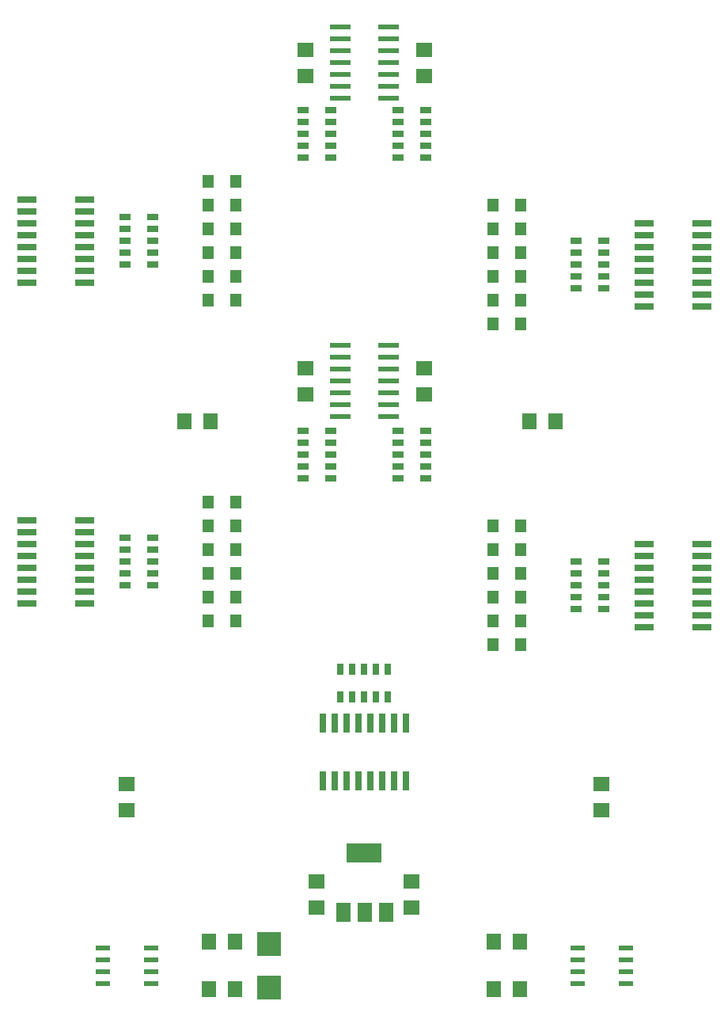
<source format=gtp>
%TF.GenerationSoftware,KiCad,Pcbnew,(6.0.7-1)-1*%
%TF.CreationDate,2022-09-07T09:45:07+02:00*%
%TF.ProjectId,BattleBits_V4,42617474-6c65-4426-9974-735f56342e6b,rev?*%
%TF.SameCoordinates,Original*%
%TF.FileFunction,Paste,Top*%
%TF.FilePolarity,Positive*%
%FSLAX46Y46*%
G04 Gerber Fmt 4.6, Leading zero omitted, Abs format (unit mm)*
G04 Created by KiCad (PCBNEW (6.0.7-1)-1) date 2022-09-07 09:45:07*
%MOMM*%
%LPD*%
G01*
G04 APERTURE LIST*
%ADD10R,1.800000X1.600000*%
%ADD11R,1.200000X1.400000*%
%ADD12R,1.600000X0.600000*%
%ADD13R,1.600000X1.800000*%
%ADD14R,1.200000X0.700000*%
%ADD15R,2.032000X0.660400*%
%ADD16R,1.498600X2.006600*%
%ADD17R,3.810000X2.006600*%
%ADD18R,2.200000X0.600000*%
%ADD19R,2.540000X2.540000*%
%ADD20R,0.660400X2.032000*%
%ADD21R,0.700000X1.200000*%
G04 APERTURE END LIST*
D10*
%TO.C,R17*%
X154940000Y-50523600D03*
X154940000Y-47723600D03*
%TD*%
D11*
%TO.C,D16*%
X134761100Y-106273600D03*
X131761100Y-106273600D03*
%TD*%
%TO.C,D10*%
X162241100Y-71983600D03*
X165241100Y-71983600D03*
%TD*%
D12*
%TO.C,IC9*%
X125701100Y-147548600D03*
X125701100Y-146278600D03*
X125701100Y-145008600D03*
X125701100Y-143738600D03*
X120501100Y-143738600D03*
X120501100Y-145008600D03*
X120501100Y-146278600D03*
X120501100Y-147548600D03*
%TD*%
D13*
%TO.C,R15*%
X129280000Y-87413600D03*
X132080000Y-87413600D03*
%TD*%
%TO.C,R16*%
X166151100Y-87413600D03*
X168951100Y-87413600D03*
%TD*%
D10*
%TO.C,C2*%
X143421100Y-139423600D03*
X143421100Y-136623600D03*
%TD*%
%TO.C,C1*%
X153581100Y-136623600D03*
X153581100Y-139423600D03*
%TD*%
%TO.C,R18*%
X142240000Y-47723600D03*
X142240000Y-50523600D03*
%TD*%
%TO.C,R8*%
X173901100Y-126243600D03*
X173901100Y-129043600D03*
%TD*%
D11*
%TO.C,D21*%
X162241100Y-98653600D03*
X165241100Y-98653600D03*
%TD*%
D14*
%TO.C,U$6*%
X122871100Y-99923600D03*
X122871100Y-101193600D03*
X122871100Y-102463600D03*
X122871100Y-103733600D03*
X122871100Y-105003600D03*
X125871100Y-105003600D03*
X125871100Y-103733600D03*
X125871100Y-102463600D03*
X125871100Y-101193600D03*
X125871100Y-99923600D03*
%TD*%
D15*
%TO.C,IC2*%
X112407700Y-63728600D03*
X112407700Y-64998600D03*
X112407700Y-66268600D03*
X112407700Y-67538600D03*
X112407700Y-68808600D03*
X112407700Y-70078600D03*
X112407700Y-71348600D03*
X112407700Y-72618600D03*
X118554500Y-72618600D03*
X118554500Y-71348600D03*
X118554500Y-70078600D03*
X118554500Y-68808600D03*
X118554500Y-67538600D03*
X118554500Y-66268600D03*
X118554500Y-64998600D03*
X118554500Y-63728600D03*
%TD*%
D10*
%TO.C,R9*%
X123101100Y-126243600D03*
X123101100Y-129043600D03*
%TD*%
D14*
%TO.C,U$3*%
X141921100Y-54203600D03*
X141921100Y-55473600D03*
X141921100Y-56743600D03*
X141921100Y-58013600D03*
X141921100Y-59283600D03*
X144921100Y-59283600D03*
X144921100Y-58013600D03*
X144921100Y-56743600D03*
X144921100Y-55473600D03*
X144921100Y-54203600D03*
%TD*%
%TO.C,U$19*%
X122871100Y-65633600D03*
X122871100Y-66903600D03*
X122871100Y-68173600D03*
X122871100Y-69443600D03*
X122871100Y-70713600D03*
X125871100Y-70713600D03*
X125871100Y-69443600D03*
X125871100Y-68173600D03*
X125871100Y-66903600D03*
X125871100Y-65633600D03*
%TD*%
D11*
%TO.C,D18*%
X134761100Y-101193600D03*
X131761100Y-101193600D03*
%TD*%
D15*
%TO.C,IC5*%
X112407700Y-98018600D03*
X112407700Y-99288600D03*
X112407700Y-100558600D03*
X112407700Y-101828600D03*
X112407700Y-103098600D03*
X112407700Y-104368600D03*
X112407700Y-105638600D03*
X112407700Y-106908600D03*
X118554500Y-106908600D03*
X118554500Y-105638600D03*
X118554500Y-104368600D03*
X118554500Y-103098600D03*
X118554500Y-101828600D03*
X118554500Y-100558600D03*
X118554500Y-99288600D03*
X118554500Y-98018600D03*
%TD*%
D16*
%TO.C,IC10*%
X146240500Y-139903200D03*
X148526500Y-139903200D03*
X150812500Y-139903200D03*
D17*
X148501100Y-133604000D03*
%TD*%
D11*
%TO.C,D3*%
X134761100Y-69443600D03*
X131761100Y-69443600D03*
%TD*%
D14*
%TO.C,U$9*%
X174131100Y-107543600D03*
X174131100Y-106273600D03*
X174131100Y-105003600D03*
X174131100Y-103733600D03*
X174131100Y-102463600D03*
X171131100Y-102463600D03*
X171131100Y-103733600D03*
X171131100Y-105003600D03*
X171131100Y-106273600D03*
X171131100Y-107543600D03*
%TD*%
D11*
%TO.C,D25*%
X162241100Y-108813600D03*
X165241100Y-108813600D03*
%TD*%
D14*
%TO.C,U$11*%
X141921100Y-88493600D03*
X141921100Y-89763600D03*
X141921100Y-91033600D03*
X141921100Y-92303600D03*
X141921100Y-93573600D03*
X144921100Y-93573600D03*
X144921100Y-92303600D03*
X144921100Y-91033600D03*
X144921100Y-89763600D03*
X144921100Y-88493600D03*
%TD*%
D11*
%TO.C,D4*%
X134761100Y-66903600D03*
X131761100Y-66903600D03*
%TD*%
%TO.C,D22*%
X162241100Y-101193600D03*
X165241100Y-101193600D03*
%TD*%
%TO.C,D2*%
X134761100Y-71983600D03*
X131761100Y-71983600D03*
%TD*%
D10*
%TO.C,R13*%
X142240000Y-81759600D03*
X142240000Y-84559600D03*
%TD*%
D11*
%TO.C,D26*%
X162241100Y-111353600D03*
X165241100Y-111353600D03*
%TD*%
D12*
%TO.C,IC8*%
X171301100Y-143738600D03*
X171301100Y-145008600D03*
X171301100Y-146278600D03*
X171301100Y-147548600D03*
X176501100Y-147548600D03*
X176501100Y-146278600D03*
X176501100Y-145008600D03*
X176501100Y-143738600D03*
%TD*%
D10*
%TO.C,R12*%
X154940000Y-84559600D03*
X154940000Y-81759600D03*
%TD*%
D11*
%TO.C,D20*%
X134761100Y-96113600D03*
X131761100Y-96113600D03*
%TD*%
D18*
%TO.C,IC12*%
X151101100Y-86969600D03*
X151101100Y-85699600D03*
X151101100Y-84429600D03*
X151101100Y-83159600D03*
X151101100Y-81889600D03*
X151101100Y-80619600D03*
X151101100Y-79349600D03*
X145901100Y-79349600D03*
X145901100Y-80619600D03*
X145901100Y-81889600D03*
X145901100Y-83159600D03*
X145901100Y-84429600D03*
X145901100Y-85699600D03*
X145901100Y-86969600D03*
%TD*%
%TO.C,IC11*%
X145901100Y-45313600D03*
X145901100Y-46583600D03*
X145901100Y-47853600D03*
X145901100Y-49123600D03*
X145901100Y-50393600D03*
X145901100Y-51663600D03*
X145901100Y-52933600D03*
X151101100Y-52933600D03*
X151101100Y-51663600D03*
X151101100Y-50393600D03*
X151101100Y-49123600D03*
X151101100Y-47853600D03*
X151101100Y-46583600D03*
X151101100Y-45313600D03*
%TD*%
D11*
%TO.C,D11*%
X162241100Y-74523600D03*
X165241100Y-74523600D03*
%TD*%
D15*
%TO.C,IC6*%
X184594500Y-109448600D03*
X184594500Y-108178600D03*
X184594500Y-106908600D03*
X184594500Y-105638600D03*
X184594500Y-104368600D03*
X184594500Y-103098600D03*
X184594500Y-101828600D03*
X184594500Y-100558600D03*
X178447700Y-100558600D03*
X178447700Y-101828600D03*
X178447700Y-103098600D03*
X178447700Y-104368600D03*
X178447700Y-105638600D03*
X178447700Y-106908600D03*
X178447700Y-108178600D03*
X178447700Y-109448600D03*
%TD*%
%TO.C,IC4*%
X184594500Y-75158600D03*
X184594500Y-73888600D03*
X184594500Y-72618600D03*
X184594500Y-71348600D03*
X184594500Y-70078600D03*
X184594500Y-68808600D03*
X184594500Y-67538600D03*
X184594500Y-66268600D03*
X178447700Y-66268600D03*
X178447700Y-67538600D03*
X178447700Y-68808600D03*
X178447700Y-70078600D03*
X178447700Y-71348600D03*
X178447700Y-72618600D03*
X178447700Y-73888600D03*
X178447700Y-75158600D03*
%TD*%
D11*
%TO.C,D8*%
X162241100Y-66903600D03*
X165241100Y-66903600D03*
%TD*%
D19*
%TO.C,D13*%
X138341100Y-147993100D03*
X138341100Y-143294100D03*
%TD*%
D11*
%TO.C,D17*%
X134761100Y-103733600D03*
X131761100Y-103733600D03*
%TD*%
D13*
%TO.C,C4*%
X131861100Y-143103600D03*
X134661100Y-143103600D03*
%TD*%
%TO.C,C3*%
X131861100Y-148183600D03*
X134661100Y-148183600D03*
%TD*%
%TO.C,C6*%
X165141100Y-148183600D03*
X162341100Y-148183600D03*
%TD*%
%TO.C,C5*%
X165141100Y-143103600D03*
X162341100Y-143103600D03*
%TD*%
D11*
%TO.C,D23*%
X162241100Y-103733600D03*
X165241100Y-103733600D03*
%TD*%
%TO.C,D19*%
X134761100Y-98653600D03*
X131761100Y-98653600D03*
%TD*%
D14*
%TO.C,U$20*%
X152081100Y-88493600D03*
X152081100Y-89763600D03*
X152081100Y-91033600D03*
X152081100Y-92303600D03*
X152081100Y-93573600D03*
X155081100Y-93573600D03*
X155081100Y-92303600D03*
X155081100Y-91033600D03*
X155081100Y-89763600D03*
X155081100Y-88493600D03*
%TD*%
D11*
%TO.C,D9*%
X162241100Y-69443600D03*
X165241100Y-69443600D03*
%TD*%
D20*
%TO.C,IC7*%
X152946100Y-119710200D03*
X151676100Y-119710200D03*
X150406100Y-119710200D03*
X149136100Y-119710200D03*
X147866100Y-119710200D03*
X146596100Y-119710200D03*
X145326100Y-119710200D03*
X144056100Y-119710200D03*
X144056100Y-125857000D03*
X145326100Y-125857000D03*
X146596100Y-125857000D03*
X147866100Y-125857000D03*
X149136100Y-125857000D03*
X150406100Y-125857000D03*
X151676100Y-125857000D03*
X152946100Y-125857000D03*
%TD*%
D11*
%TO.C,D12*%
X162241100Y-77063600D03*
X165241100Y-77063600D03*
%TD*%
%TO.C,D15*%
X134761100Y-108813600D03*
X131761100Y-108813600D03*
%TD*%
%TO.C,D5*%
X134761100Y-64363600D03*
X131761100Y-64363600D03*
%TD*%
D14*
%TO.C,U$5*%
X174131100Y-73253600D03*
X174131100Y-71983600D03*
X174131100Y-70713600D03*
X174131100Y-69443600D03*
X174131100Y-68173600D03*
X171131100Y-68173600D03*
X171131100Y-69443600D03*
X171131100Y-70713600D03*
X171131100Y-71983600D03*
X171131100Y-73253600D03*
%TD*%
D11*
%TO.C,D7*%
X162241100Y-64363600D03*
X165241100Y-64363600D03*
%TD*%
D14*
%TO.C,U$10*%
X152081100Y-54203600D03*
X152081100Y-55473600D03*
X152081100Y-56743600D03*
X152081100Y-58013600D03*
X152081100Y-59283600D03*
X155081100Y-59283600D03*
X155081100Y-58013600D03*
X155081100Y-56743600D03*
X155081100Y-55473600D03*
X155081100Y-54203600D03*
%TD*%
D11*
%TO.C,D24*%
X162241100Y-106273600D03*
X165241100Y-106273600D03*
%TD*%
%TO.C,D1*%
X134761100Y-74523600D03*
X131761100Y-74523600D03*
%TD*%
%TO.C,D6*%
X134761100Y-61823600D03*
X131761100Y-61823600D03*
%TD*%
D21*
%TO.C,U$4*%
X145961100Y-116917600D03*
X147231100Y-116917600D03*
X148501100Y-116917600D03*
X149771100Y-116917600D03*
X151041100Y-116917600D03*
X151041100Y-113917600D03*
X149771100Y-113917600D03*
X148501100Y-113917600D03*
X147231100Y-113917600D03*
X145961100Y-113917600D03*
%TD*%
M02*

</source>
